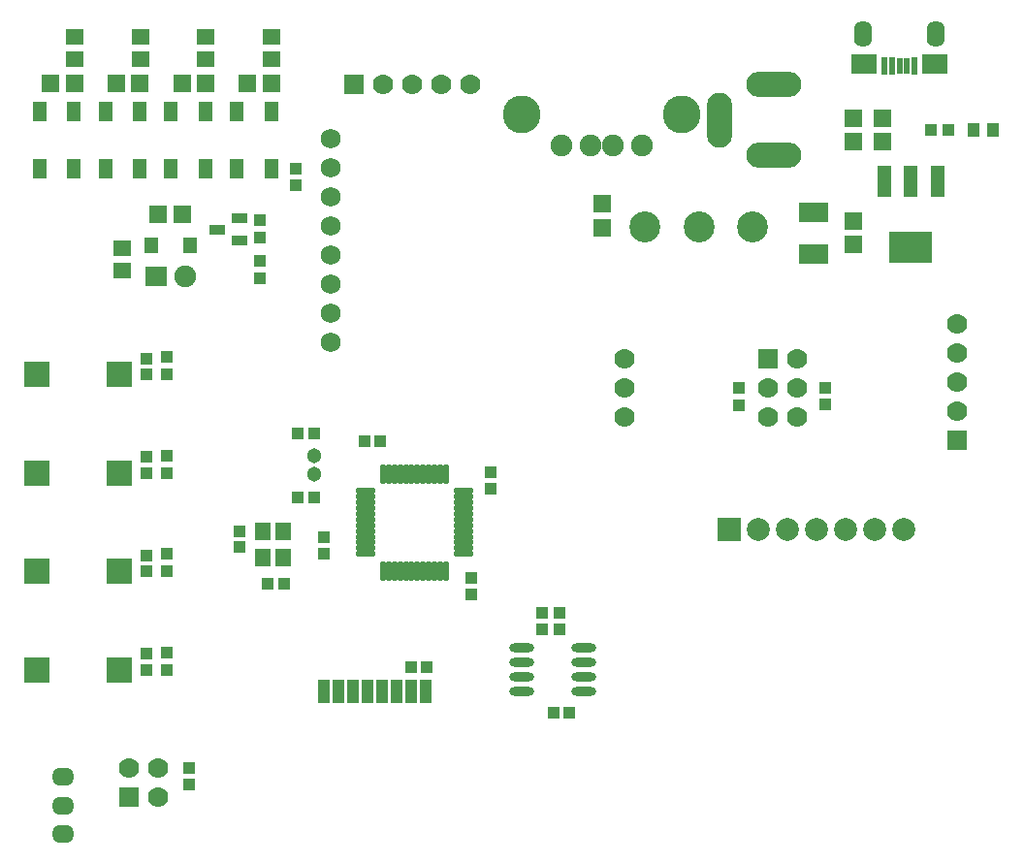
<source format=gts>
G04*
G04 #@! TF.GenerationSoftware,Altium Limited,Altium Designer,20.2.8 (258)*
G04*
G04 Layer_Color=8388736*
%FSLAX25Y25*%
%MOIN*%
G70*
G04*
G04 #@! TF.SameCoordinates,8B033AF5-0F56-4633-A6EA-0BBE3F1FE994*
G04*
G04*
G04 #@! TF.FilePolarity,Negative*
G04*
G01*
G75*
%ADD45R,0.10154X0.07129*%
%ADD46R,0.02375X0.06115*%
%ADD47R,0.01975X0.05715*%
%ADD48R,0.09068X0.07099*%
%ADD49R,0.03943X0.08274*%
%ADD50R,0.05600X0.06400*%
%ADD51R,0.03950X0.04343*%
%ADD52O,0.02063X0.06906*%
%ADD53O,0.06906X0.02063*%
%ADD54R,0.04540X0.05328*%
%ADD55R,0.06351X0.06115*%
%ADD56R,0.05721X0.03556*%
%ADD57R,0.04202X0.03975*%
%ADD58R,0.06221X0.05259*%
%ADD59R,0.04737X0.06706*%
%ADD60O,0.08478X0.03038*%
%ADD61R,0.04343X0.03950*%
%ADD62R,0.06115X0.06351*%
%ADD63R,0.04343X0.04737*%
%ADD64R,0.03975X0.04202*%
%ADD65R,0.08674X0.08674*%
%ADD66R,0.04934X0.10505*%
%ADD67R,0.14737X0.10505*%
%ADD68O,0.06312X0.09068*%
%ADD69C,0.05124*%
%ADD70C,0.07493*%
%ADD71R,0.07493X0.07000*%
%ADD72C,0.07887*%
%ADD73R,0.07887X0.07887*%
%ADD74C,0.06800*%
%ADD75O,0.18910X0.08674*%
%ADD76O,0.08674X0.18910*%
%ADD77C,0.07000*%
%ADD78R,0.07000X0.07000*%
%ADD79R,0.07000X0.07000*%
%ADD80O,0.07690X0.06312*%
%ADD81C,0.10642*%
%ADD82C,0.13005*%
D45*
X297244Y225182D02*
D03*
Y239385D02*
D03*
D46*
X331890Y289715D02*
D03*
X324213D02*
D03*
X321654D02*
D03*
D47*
X329331D02*
D03*
X326772D02*
D03*
D48*
X314567Y290207D02*
D03*
X338976D02*
D03*
D49*
X164029Y74814D02*
D03*
X159029Y74814D02*
D03*
X154029Y74814D02*
D03*
X149029Y74814D02*
D03*
X144029Y74814D02*
D03*
X139029Y74814D02*
D03*
X134029Y74814D02*
D03*
X129029Y74814D02*
D03*
D50*
X108039Y120780D02*
D03*
X115039D02*
D03*
Y129780D02*
D03*
X108039D02*
D03*
D51*
X158810Y82932D02*
D03*
X164321Y82932D02*
D03*
X142784Y160780D02*
D03*
X148295D02*
D03*
X125506Y141480D02*
D03*
X119995D02*
D03*
Y163279D02*
D03*
X125506D02*
D03*
X115095Y111779D02*
D03*
X109584D02*
D03*
X207791Y67479D02*
D03*
X213302D02*
D03*
D52*
X149213Y149511D02*
D03*
X151182Y149512D02*
D03*
X153150Y149511D02*
D03*
X155119Y149512D02*
D03*
X157087Y149511D02*
D03*
X159056Y149512D02*
D03*
X161024Y149511D02*
D03*
X162993Y149512D02*
D03*
X164961Y149511D02*
D03*
X166930Y149512D02*
D03*
X168898Y149511D02*
D03*
X170867Y149512D02*
D03*
X170866Y116048D02*
D03*
X168897Y116047D02*
D03*
X166929Y116048D02*
D03*
X164960Y116047D02*
D03*
X162992Y116048D02*
D03*
X161023Y116047D02*
D03*
X159055Y116048D02*
D03*
X157086Y116047D02*
D03*
X155118Y116048D02*
D03*
X153149Y116047D02*
D03*
X151181Y116048D02*
D03*
X149212Y116047D02*
D03*
D53*
X176771Y143607D02*
D03*
Y141637D02*
D03*
Y139670D02*
D03*
Y137700D02*
D03*
Y135733D02*
D03*
Y133763D02*
D03*
Y131796D02*
D03*
Y129826D02*
D03*
Y127859D02*
D03*
Y125889D02*
D03*
Y123922D02*
D03*
Y121952D02*
D03*
X143308D02*
D03*
Y123922D02*
D03*
Y125889D02*
D03*
Y127859D02*
D03*
Y129826D02*
D03*
Y131796D02*
D03*
Y133763D02*
D03*
Y135733D02*
D03*
Y137700D02*
D03*
Y139670D02*
D03*
Y141637D02*
D03*
Y143607D02*
D03*
D54*
X69450Y228169D02*
D03*
X82777Y228169D02*
D03*
D55*
X80168Y238769D02*
D03*
X72058Y238769D02*
D03*
X110794Y283828D02*
D03*
X102684D02*
D03*
X80084D02*
D03*
X88194Y283828D02*
D03*
X57529Y283828D02*
D03*
X65639Y283828D02*
D03*
X34984Y283728D02*
D03*
X43095Y283728D02*
D03*
D56*
X92077Y233469D02*
D03*
X99950Y237209D02*
D03*
Y229728D02*
D03*
D57*
X106913Y216603D02*
D03*
X106913Y222534D02*
D03*
Y236734D02*
D03*
Y230803D02*
D03*
X74939Y155756D02*
D03*
X74939Y149825D02*
D03*
X271639Y173183D02*
D03*
Y179114D02*
D03*
X301139Y179145D02*
D03*
Y173214D02*
D03*
X203802Y101845D02*
D03*
X203802Y95914D02*
D03*
X209902Y101845D02*
D03*
Y95914D02*
D03*
X74939Y121919D02*
D03*
Y115988D02*
D03*
X74939Y88082D02*
D03*
Y82151D02*
D03*
X74939Y189593D02*
D03*
Y183662D02*
D03*
X119239Y254480D02*
D03*
Y248549D02*
D03*
D58*
X59713Y226873D02*
D03*
Y219264D02*
D03*
X110839Y292123D02*
D03*
Y299732D02*
D03*
X88239Y292123D02*
D03*
X88239Y299732D02*
D03*
X65739Y292123D02*
D03*
X65739Y299732D02*
D03*
X43139Y292123D02*
D03*
Y299732D02*
D03*
D59*
X88178Y274170D02*
D03*
X76368D02*
D03*
X76368Y254485D02*
D03*
X88178Y254485D02*
D03*
X65611Y274170D02*
D03*
X53801Y274170D02*
D03*
X53801Y254485D02*
D03*
X65611D02*
D03*
X43044Y274170D02*
D03*
X31234D02*
D03*
Y254485D02*
D03*
X43044Y254485D02*
D03*
X110744Y274170D02*
D03*
X98934Y274170D02*
D03*
X98934Y254485D02*
D03*
X110744Y254485D02*
D03*
D60*
X196952Y89679D02*
D03*
Y84680D02*
D03*
Y79680D02*
D03*
Y74679D02*
D03*
X218252Y89679D02*
D03*
Y84680D02*
D03*
Y79680D02*
D03*
Y74679D02*
D03*
D61*
X186239Y150035D02*
D03*
Y144524D02*
D03*
X179539Y108024D02*
D03*
Y113535D02*
D03*
X128839Y122124D02*
D03*
Y127635D02*
D03*
X100039Y129735D02*
D03*
X100039Y124224D02*
D03*
X82639Y48335D02*
D03*
Y42824D02*
D03*
X67839Y155346D02*
D03*
Y149835D02*
D03*
X67839Y121509D02*
D03*
Y115998D02*
D03*
X67839Y87672D02*
D03*
Y82161D02*
D03*
X67839Y189183D02*
D03*
Y183672D02*
D03*
D62*
X311024Y263661D02*
D03*
Y271772D02*
D03*
X320866Y263661D02*
D03*
Y271772D02*
D03*
X224410Y234134D02*
D03*
Y242244D02*
D03*
X311024Y228228D02*
D03*
Y236339D02*
D03*
D63*
X359055Y267717D02*
D03*
X352362D02*
D03*
D64*
X343517D02*
D03*
X337586D02*
D03*
D65*
X58639Y149857D02*
D03*
X30286Y149857D02*
D03*
X58639Y115987D02*
D03*
X30286Y115987D02*
D03*
X58639Y82117D02*
D03*
X30286D02*
D03*
X58639Y183728D02*
D03*
X30286D02*
D03*
D66*
X339764Y250000D02*
D03*
X330709D02*
D03*
X321654D02*
D03*
D67*
X330709Y227500D02*
D03*
D68*
X314173Y300836D02*
D03*
X339370D02*
D03*
D69*
X125550Y149230D02*
D03*
Y155529D02*
D03*
D70*
X81113Y217469D02*
D03*
X238189Y262382D02*
D03*
X228346D02*
D03*
X220472D02*
D03*
X210630D02*
D03*
D71*
X71113Y217469D02*
D03*
D72*
X328110Y130295D02*
D03*
X318110D02*
D03*
X308110D02*
D03*
X298110D02*
D03*
X288110D02*
D03*
X278110D02*
D03*
D73*
X268110D02*
D03*
D74*
X131102Y194843D02*
D03*
Y204842D02*
D03*
X131102Y214843D02*
D03*
X131102Y224843D02*
D03*
Y234842D02*
D03*
X131102Y244843D02*
D03*
X131102Y254842D02*
D03*
Y264843D02*
D03*
D75*
X283464Y259056D02*
D03*
X283465Y283465D02*
D03*
D76*
X264960Y270866D02*
D03*
D77*
X291496Y169134D02*
D03*
X281496D02*
D03*
X291496Y179134D02*
D03*
X281496D02*
D03*
X291496Y189134D02*
D03*
X179291Y283465D02*
D03*
X169291D02*
D03*
X159291D02*
D03*
X149291D02*
D03*
X346457Y201102D02*
D03*
Y191102D02*
D03*
Y181102D02*
D03*
Y171102D02*
D03*
X61929Y48307D02*
D03*
X71929Y38307D02*
D03*
Y48307D02*
D03*
X232283Y168976D02*
D03*
Y178976D02*
D03*
Y188976D02*
D03*
D78*
X281496Y189134D02*
D03*
X346457Y161102D02*
D03*
D79*
X139291Y283465D02*
D03*
X61929Y38307D02*
D03*
D80*
X39371Y45276D02*
D03*
X39371Y35434D02*
D03*
Y25591D02*
D03*
D81*
X276378Y234252D02*
D03*
X257874D02*
D03*
X239370D02*
D03*
D82*
X196851Y273051D02*
D03*
X251968D02*
D03*
M02*

</source>
